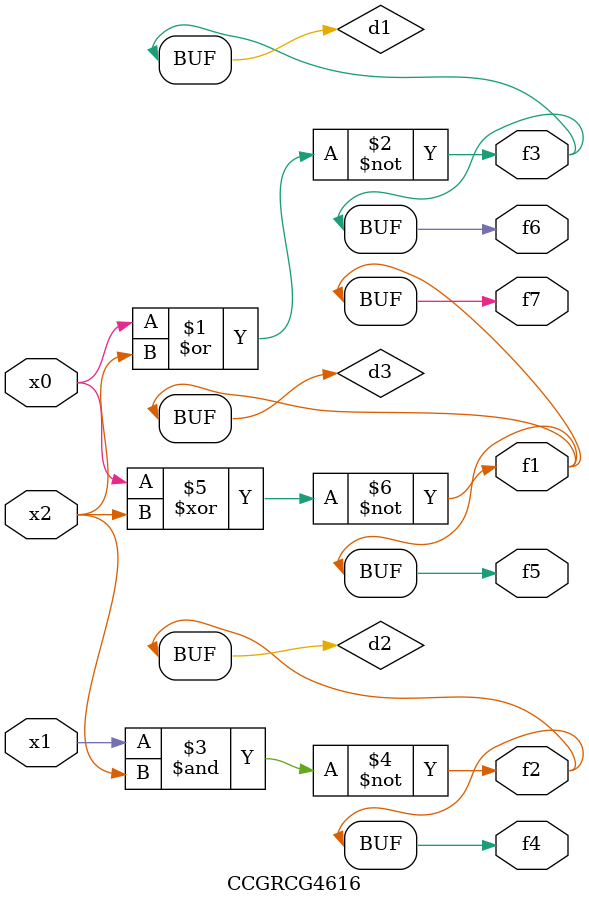
<source format=v>
module CCGRCG4616(
	input x0, x1, x2,
	output f1, f2, f3, f4, f5, f6, f7
);

	wire d1, d2, d3;

	nor (d1, x0, x2);
	nand (d2, x1, x2);
	xnor (d3, x0, x2);
	assign f1 = d3;
	assign f2 = d2;
	assign f3 = d1;
	assign f4 = d2;
	assign f5 = d3;
	assign f6 = d1;
	assign f7 = d3;
endmodule

</source>
